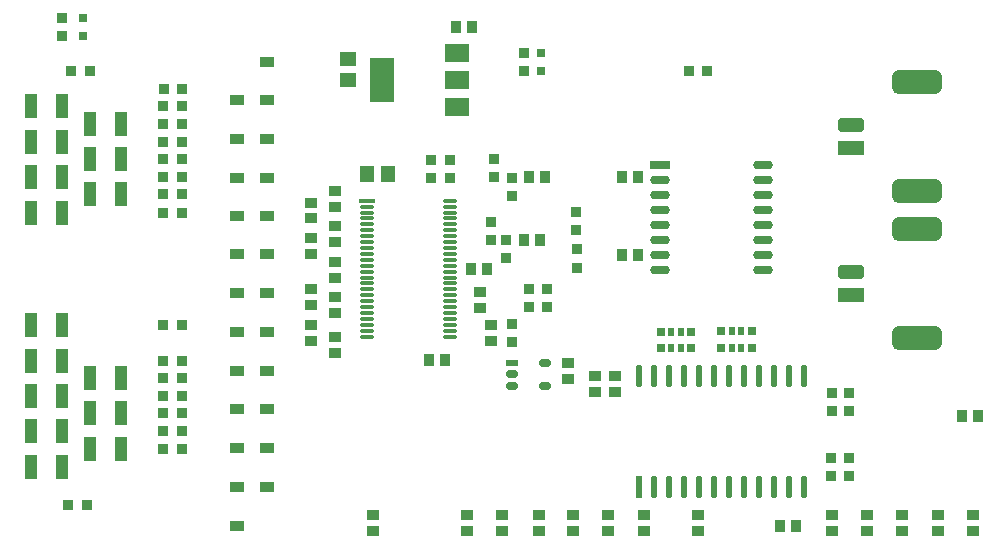
<source format=gtp>
G04*
G04 #@! TF.GenerationSoftware,Altium Limited,Altium Designer,18.1.9 (240)*
G04*
G04 Layer_Color=8421504*
%FSLAX25Y25*%
%MOIN*%
G70*
G01*
G75*
%ADD17R,0.03543X0.03937*%
%ADD18R,0.03937X0.03543*%
%ADD19R,0.04803X0.03583*%
%ADD20O,0.06693X0.02992*%
%ADD21R,0.06693X0.02992*%
%ADD22R,0.03347X0.03347*%
%ADD23R,0.04488X0.07992*%
%ADD24R,0.03150X0.03150*%
%ADD25R,0.03347X0.03347*%
%ADD26R,0.05512X0.04528*%
%ADD27R,0.07874X0.14961*%
%ADD28R,0.07874X0.05906*%
%ADD29O,0.05315X0.01181*%
%ADD30R,0.05315X0.01181*%
%ADD31R,0.04528X0.05512*%
%ADD32R,0.02520X0.02756*%
%ADD33R,0.01968X0.02756*%
%ADD34R,0.02165X0.07677*%
%ADD35O,0.02165X0.07677*%
%ADD36R,0.03937X0.02362*%
G04:AMPARAMS|DCode=37|XSize=23.62mil|YSize=39.37mil|CornerRadius=5.91mil|HoleSize=0mil|Usage=FLASHONLY|Rotation=90.000|XOffset=0mil|YOffset=0mil|HoleType=Round|Shape=RoundedRectangle|*
%AMROUNDEDRECTD37*
21,1,0.02362,0.02756,0,0,90.0*
21,1,0.01181,0.03937,0,0,90.0*
1,1,0.01181,0.01378,0.00591*
1,1,0.01181,0.01378,-0.00591*
1,1,0.01181,-0.01378,-0.00591*
1,1,0.01181,-0.01378,0.00591*
%
%ADD37ROUNDEDRECTD37*%
G04:AMPARAMS|DCode=38|XSize=78.74mil|YSize=165.35mil|CornerRadius=19.68mil|HoleSize=0mil|Usage=FLASHONLY|Rotation=90.000|XOffset=0mil|YOffset=0mil|HoleType=Round|Shape=RoundedRectangle|*
%AMROUNDEDRECTD38*
21,1,0.07874,0.12598,0,0,90.0*
21,1,0.03937,0.16535,0,0,90.0*
1,1,0.03937,0.06299,0.01968*
1,1,0.03937,0.06299,-0.01968*
1,1,0.03937,-0.06299,-0.01968*
1,1,0.03937,-0.06299,0.01968*
%
%ADD38ROUNDEDRECTD38*%
%ADD39R,0.08661X0.04724*%
G04:AMPARAMS|DCode=40|XSize=47.24mil|YSize=86.61mil|CornerRadius=11.81mil|HoleSize=0mil|Usage=FLASHONLY|Rotation=90.000|XOffset=0mil|YOffset=0mil|HoleType=Round|Shape=RoundedRectangle|*
%AMROUNDEDRECTD40*
21,1,0.04724,0.06299,0,0,90.0*
21,1,0.02362,0.08661,0,0,90.0*
1,1,0.02362,0.03150,0.01181*
1,1,0.02362,0.03150,-0.01181*
1,1,0.02362,-0.03150,-0.01181*
1,1,0.02362,-0.03150,0.01181*
%
%ADD40ROUNDEDRECTD40*%
D17*
X186516Y203740D02*
D03*
X181201D02*
D03*
X241831Y127717D02*
D03*
X236516D02*
D03*
X241831Y153543D02*
D03*
X236516D02*
D03*
X289173Y37402D02*
D03*
X294488D02*
D03*
X349803Y73819D02*
D03*
X355118D02*
D03*
X172244Y92520D02*
D03*
X177559D02*
D03*
X186054Y123031D02*
D03*
X191368D02*
D03*
X203740Y132717D02*
D03*
X209055D02*
D03*
X205610Y153543D02*
D03*
X210925D02*
D03*
D18*
X353543Y35728D02*
D03*
Y41043D02*
D03*
X341732Y35728D02*
D03*
Y41043D02*
D03*
X329921Y35728D02*
D03*
Y41043D02*
D03*
X318110Y35728D02*
D03*
Y41043D02*
D03*
X306299Y35728D02*
D03*
Y41043D02*
D03*
X261811Y35728D02*
D03*
Y41043D02*
D03*
X243701Y35728D02*
D03*
Y41043D02*
D03*
X231890Y35728D02*
D03*
Y41043D02*
D03*
X220079Y35728D02*
D03*
Y41043D02*
D03*
X208661Y35728D02*
D03*
Y41043D02*
D03*
X196457Y35728D02*
D03*
Y41043D02*
D03*
X184646Y35728D02*
D03*
Y41043D02*
D03*
X153543Y35728D02*
D03*
Y41043D02*
D03*
X132874Y139764D02*
D03*
Y145079D02*
D03*
X140748Y131890D02*
D03*
Y137205D02*
D03*
X132874Y127953D02*
D03*
Y133268D02*
D03*
X140748Y120079D02*
D03*
Y125394D02*
D03*
X132874Y116142D02*
D03*
Y110827D02*
D03*
X140748Y108268D02*
D03*
Y113583D02*
D03*
X132874Y104331D02*
D03*
Y99016D02*
D03*
X140748Y100394D02*
D03*
Y95079D02*
D03*
X192913Y104331D02*
D03*
Y99016D02*
D03*
X188976Y115335D02*
D03*
Y110020D02*
D03*
X234272Y87303D02*
D03*
Y81988D02*
D03*
X227362Y87303D02*
D03*
Y81988D02*
D03*
X218504Y91535D02*
D03*
Y86221D02*
D03*
X140748Y149016D02*
D03*
Y143701D02*
D03*
D19*
X118110Y50315D02*
D03*
Y63228D02*
D03*
Y76142D02*
D03*
Y89055D02*
D03*
Y101969D02*
D03*
Y114882D02*
D03*
Y127795D02*
D03*
Y140709D02*
D03*
Y153386D02*
D03*
Y166299D02*
D03*
Y179134D02*
D03*
Y192047D02*
D03*
X108268Y37402D02*
D03*
Y50315D02*
D03*
Y63228D02*
D03*
Y76142D02*
D03*
Y89055D02*
D03*
Y101969D02*
D03*
Y114882D02*
D03*
Y127795D02*
D03*
Y140472D02*
D03*
Y153386D02*
D03*
Y166220D02*
D03*
Y179134D02*
D03*
D20*
X283465Y127717D02*
D03*
Y137716D02*
D03*
Y142717D02*
D03*
Y147716D02*
D03*
Y152717D02*
D03*
Y157717D02*
D03*
X249016Y122716D02*
D03*
Y127717D02*
D03*
Y132717D02*
D03*
Y137716D02*
D03*
Y142717D02*
D03*
Y152717D02*
D03*
Y147716D02*
D03*
X283465Y122716D02*
D03*
Y132717D02*
D03*
D21*
X249016Y157717D02*
D03*
D22*
X83661Y183071D02*
D03*
X89764D02*
D03*
X89665Y177165D02*
D03*
X83563D02*
D03*
X52953Y188976D02*
D03*
X59055D02*
D03*
X51876Y44291D02*
D03*
X57979D02*
D03*
X264764Y188976D02*
D03*
X258661D02*
D03*
X83563Y62992D02*
D03*
X89665D02*
D03*
X83563Y68898D02*
D03*
X89665D02*
D03*
X83563Y74803D02*
D03*
X89665D02*
D03*
X83563Y86614D02*
D03*
X89665D02*
D03*
X83563Y80709D02*
D03*
X89665D02*
D03*
X83563Y92126D02*
D03*
X89665D02*
D03*
X83563Y104331D02*
D03*
X89665D02*
D03*
X83563Y141732D02*
D03*
X89665D02*
D03*
X83563Y147963D02*
D03*
X89665D02*
D03*
X83563Y153543D02*
D03*
X89665D02*
D03*
X83563Y159449D02*
D03*
X89665D02*
D03*
X83563Y165354D02*
D03*
X89665D02*
D03*
X83563Y171260D02*
D03*
X89665D02*
D03*
D23*
X59055Y159449D02*
D03*
X69528D02*
D03*
X59055Y147963D02*
D03*
X69528D02*
D03*
X59055Y62992D02*
D03*
X69528D02*
D03*
X59055Y86614D02*
D03*
X69528D02*
D03*
X39370Y68898D02*
D03*
X49843D02*
D03*
X39370Y92126D02*
D03*
X49843D02*
D03*
X39370Y141732D02*
D03*
X49843D02*
D03*
X39370Y57087D02*
D03*
X49843D02*
D03*
X59055Y74803D02*
D03*
X69528D02*
D03*
X39370Y80709D02*
D03*
X49843D02*
D03*
X39370Y104331D02*
D03*
X49843D02*
D03*
Y165354D02*
D03*
X39370D02*
D03*
X49843Y153543D02*
D03*
X39370D02*
D03*
X69528Y171260D02*
D03*
X59055D02*
D03*
X49843Y177165D02*
D03*
X39370D02*
D03*
D24*
X209449Y188976D02*
D03*
Y194882D02*
D03*
X56732Y200590D02*
D03*
Y206496D02*
D03*
D25*
X203740Y195079D02*
D03*
Y188976D02*
D03*
X49843Y206693D02*
D03*
Y200591D02*
D03*
X178974Y159323D02*
D03*
Y153221D02*
D03*
X172668Y159323D02*
D03*
Y153221D02*
D03*
X205610Y110236D02*
D03*
Y116339D02*
D03*
X211614Y116240D02*
D03*
Y110138D02*
D03*
X199803Y104537D02*
D03*
Y98435D02*
D03*
X197835Y126457D02*
D03*
Y132559D02*
D03*
X192913D02*
D03*
Y138661D02*
D03*
X193898Y153445D02*
D03*
Y159547D02*
D03*
X199803Y147215D02*
D03*
Y153317D02*
D03*
X221260Y142028D02*
D03*
Y135925D02*
D03*
X221457Y123406D02*
D03*
Y129508D02*
D03*
X306102Y53839D02*
D03*
Y59941D02*
D03*
X312008Y53839D02*
D03*
Y59941D02*
D03*
X306575Y81595D02*
D03*
Y75492D02*
D03*
X312008Y81595D02*
D03*
Y75492D02*
D03*
D26*
X145079Y192913D02*
D03*
Y186024D02*
D03*
D27*
X156496D02*
D03*
D28*
X181299Y195079D02*
D03*
Y186024D02*
D03*
Y176969D02*
D03*
D29*
X179134Y100394D02*
D03*
Y102362D02*
D03*
Y104331D02*
D03*
Y106299D02*
D03*
Y108268D02*
D03*
Y110236D02*
D03*
Y112205D02*
D03*
Y114173D02*
D03*
Y116142D02*
D03*
Y118110D02*
D03*
Y120079D02*
D03*
Y122047D02*
D03*
Y124016D02*
D03*
Y125984D02*
D03*
Y127953D02*
D03*
Y129921D02*
D03*
Y131890D02*
D03*
Y133858D02*
D03*
Y135827D02*
D03*
Y137795D02*
D03*
Y139764D02*
D03*
Y141732D02*
D03*
Y143701D02*
D03*
Y145669D02*
D03*
X151575Y100394D02*
D03*
Y102362D02*
D03*
Y104331D02*
D03*
Y106299D02*
D03*
Y108268D02*
D03*
Y110236D02*
D03*
Y112205D02*
D03*
Y114173D02*
D03*
Y116142D02*
D03*
Y118110D02*
D03*
Y120079D02*
D03*
Y122047D02*
D03*
Y124016D02*
D03*
Y125984D02*
D03*
Y127953D02*
D03*
Y129921D02*
D03*
Y131890D02*
D03*
Y133858D02*
D03*
Y135827D02*
D03*
Y137795D02*
D03*
Y139764D02*
D03*
Y141732D02*
D03*
Y143701D02*
D03*
D30*
Y145669D02*
D03*
D31*
X158465Y154528D02*
D03*
X151575D02*
D03*
D32*
X279646Y102165D02*
D03*
X269567D02*
D03*
X279646Y96653D02*
D03*
X269567D02*
D03*
X259567Y101969D02*
D03*
X249488D02*
D03*
X259567Y96457D02*
D03*
X249488D02*
D03*
D33*
X276181Y102165D02*
D03*
X273031D02*
D03*
X276181Y96653D02*
D03*
X273031D02*
D03*
X256102Y101969D02*
D03*
X252953D02*
D03*
X256102Y96457D02*
D03*
X252953D02*
D03*
D34*
X242185Y50394D02*
D03*
D35*
X247185D02*
D03*
X252185D02*
D03*
X257185D02*
D03*
X262185D02*
D03*
X267185D02*
D03*
X272185D02*
D03*
X277185D02*
D03*
X282185D02*
D03*
X287185D02*
D03*
X292185D02*
D03*
X297185D02*
D03*
X242185Y87402D02*
D03*
X247185D02*
D03*
X252185D02*
D03*
X257185D02*
D03*
X262185D02*
D03*
X267185D02*
D03*
X272185D02*
D03*
X277185D02*
D03*
X282185D02*
D03*
X287185D02*
D03*
X292185D02*
D03*
X297185D02*
D03*
D36*
X199803Y91535D02*
D03*
D37*
Y87795D02*
D03*
Y84055D02*
D03*
X210630D02*
D03*
Y91535D02*
D03*
D38*
X334646Y136142D02*
D03*
Y99921D02*
D03*
Y185236D02*
D03*
Y149016D02*
D03*
D39*
X312677Y114094D02*
D03*
Y163189D02*
D03*
D40*
Y121968D02*
D03*
Y171063D02*
D03*
M02*

</source>
